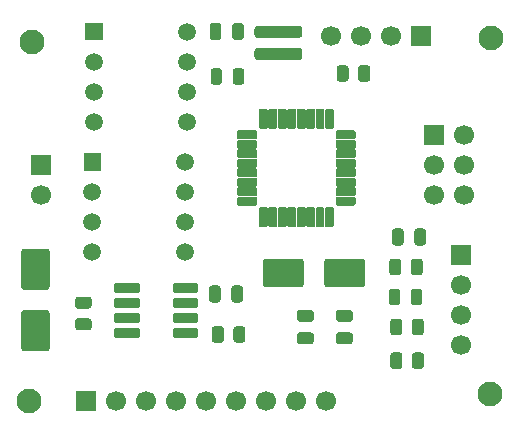
<source format=gbr>
%TF.GenerationSoftware,KiCad,Pcbnew,9.0.4*%
%TF.CreationDate,2025-11-20T06:57:18+02:00*%
%TF.ProjectId,test_5,74657374-5f35-42e6-9b69-6361645f7063,rev?*%
%TF.SameCoordinates,Original*%
%TF.FileFunction,Soldermask,Top*%
%TF.FilePolarity,Negative*%
%FSLAX46Y46*%
G04 Gerber Fmt 4.6, Leading zero omitted, Abs format (unit mm)*
G04 Created by KiCad (PCBNEW 9.0.4) date 2025-11-20 06:57:18*
%MOMM*%
%LPD*%
G01*
G04 APERTURE LIST*
%ADD10C,2.100000*%
%ADD11C,1.512000*%
%ADD12R,1.700000X1.700000*%
%ADD13C,1.700000*%
G04 APERTURE END LIST*
%TO.C,C2*%
G36*
G01*
X95832000Y-118712000D02*
X95832000Y-117762000D01*
G75*
G02*
X96082000Y-117512000I250000J0D01*
G01*
X96582000Y-117512000D01*
G75*
G02*
X96832000Y-117762000I0J-250000D01*
G01*
X96832000Y-118712000D01*
G75*
G02*
X96582000Y-118962000I-250000J0D01*
G01*
X96082000Y-118962000D01*
G75*
G02*
X95832000Y-118712000I0J250000D01*
G01*
G37*
G36*
G01*
X97732000Y-118712000D02*
X97732000Y-117762000D01*
G75*
G02*
X97982000Y-117512000I250000J0D01*
G01*
X98482000Y-117512000D01*
G75*
G02*
X98732000Y-117762000I0J-250000D01*
G01*
X98732000Y-118712000D01*
G75*
G02*
X98482000Y-118962000I-250000J0D01*
G01*
X97982000Y-118962000D01*
G75*
G02*
X97732000Y-118712000I0J250000D01*
G01*
G37*
%TD*%
%TO.C,Y2*%
G36*
G01*
X84894500Y-122234999D02*
X84894500Y-120335001D01*
G75*
G02*
X85144501Y-120085000I250001J0D01*
G01*
X88144499Y-120085000D01*
G75*
G02*
X88394500Y-120335001I0J-250001D01*
G01*
X88394500Y-122234999D01*
G75*
G02*
X88144499Y-122485000I-250001J0D01*
G01*
X85144501Y-122485000D01*
G75*
G02*
X84894500Y-122234999I0J250001D01*
G01*
G37*
G36*
G01*
X90094500Y-122234999D02*
X90094500Y-120335001D01*
G75*
G02*
X90344501Y-120085000I250001J0D01*
G01*
X93344499Y-120085000D01*
G75*
G02*
X93594500Y-120335001I0J-250001D01*
G01*
X93594500Y-122234999D01*
G75*
G02*
X93344499Y-122485000I-250001J0D01*
G01*
X90344501Y-122485000D01*
G75*
G02*
X90094500Y-122234999I0J250001D01*
G01*
G37*
%TD*%
%TO.C,R2*%
G36*
G01*
X95706500Y-129159000D02*
X95706500Y-128259000D01*
G75*
G02*
X95956500Y-128009000I250000J0D01*
G01*
X96481500Y-128009000D01*
G75*
G02*
X96731500Y-128259000I0J-250000D01*
G01*
X96731500Y-129159000D01*
G75*
G02*
X96481500Y-129409000I-250000J0D01*
G01*
X95956500Y-129409000D01*
G75*
G02*
X95706500Y-129159000I0J250000D01*
G01*
G37*
G36*
G01*
X97531500Y-129159000D02*
X97531500Y-128259000D01*
G75*
G02*
X97781500Y-128009000I250000J0D01*
G01*
X98306500Y-128009000D01*
G75*
G02*
X98556500Y-128259000I0J-250000D01*
G01*
X98556500Y-129159000D01*
G75*
G02*
X98306500Y-129409000I-250000J0D01*
G01*
X97781500Y-129409000D01*
G75*
G02*
X97531500Y-129159000I0J250000D01*
G01*
G37*
%TD*%
D10*
%TO.C,H3*%
X104267000Y-101346000D03*
%TD*%
%TO.C,R7*%
G36*
G01*
X88008000Y-103255500D02*
X84458000Y-103255500D01*
G75*
G02*
X84208000Y-103005500I0J250000D01*
G01*
X84208000Y-102480500D01*
G75*
G02*
X84458000Y-102230500I250000J0D01*
G01*
X88008000Y-102230500D01*
G75*
G02*
X88258000Y-102480500I0J-250000D01*
G01*
X88258000Y-103005500D01*
G75*
G02*
X88008000Y-103255500I-250000J0D01*
G01*
G37*
G36*
G01*
X88008000Y-101380500D02*
X84458000Y-101380500D01*
G75*
G02*
X84208000Y-101130500I0J250000D01*
G01*
X84208000Y-100605500D01*
G75*
G02*
X84458000Y-100355500I250000J0D01*
G01*
X88008000Y-100355500D01*
G75*
G02*
X88258000Y-100605500I0J-250000D01*
G01*
X88258000Y-101130500D01*
G75*
G02*
X88008000Y-101380500I-250000J0D01*
G01*
G37*
%TD*%
%TO.C,U3*%
G36*
G01*
X72322000Y-122852750D02*
X72322000Y-122257250D01*
G75*
G02*
X72421250Y-122158000I99250J0D01*
G01*
X74396750Y-122158000D01*
G75*
G02*
X74496000Y-122257250I0J-99250D01*
G01*
X74496000Y-122852750D01*
G75*
G02*
X74396750Y-122952000I-99250J0D01*
G01*
X72421250Y-122952000D01*
G75*
G02*
X72322000Y-122852750I0J99250D01*
G01*
G37*
G36*
G01*
X72322000Y-124122750D02*
X72322000Y-123527250D01*
G75*
G02*
X72421250Y-123428000I99250J0D01*
G01*
X74396750Y-123428000D01*
G75*
G02*
X74496000Y-123527250I0J-99250D01*
G01*
X74496000Y-124122750D01*
G75*
G02*
X74396750Y-124222000I-99250J0D01*
G01*
X72421250Y-124222000D01*
G75*
G02*
X72322000Y-124122750I0J99250D01*
G01*
G37*
G36*
G01*
X72322000Y-125392750D02*
X72322000Y-124797250D01*
G75*
G02*
X72421250Y-124698000I99250J0D01*
G01*
X74396750Y-124698000D01*
G75*
G02*
X74496000Y-124797250I0J-99250D01*
G01*
X74496000Y-125392750D01*
G75*
G02*
X74396750Y-125492000I-99250J0D01*
G01*
X72421250Y-125492000D01*
G75*
G02*
X72322000Y-125392750I0J99250D01*
G01*
G37*
G36*
G01*
X72322000Y-126662750D02*
X72322000Y-126067250D01*
G75*
G02*
X72421250Y-125968000I99250J0D01*
G01*
X74396750Y-125968000D01*
G75*
G02*
X74496000Y-126067250I0J-99250D01*
G01*
X74496000Y-126662750D01*
G75*
G02*
X74396750Y-126762000I-99250J0D01*
G01*
X72421250Y-126762000D01*
G75*
G02*
X72322000Y-126662750I0J99250D01*
G01*
G37*
G36*
G01*
X77272000Y-126662750D02*
X77272000Y-126067250D01*
G75*
G02*
X77371250Y-125968000I99250J0D01*
G01*
X79346750Y-125968000D01*
G75*
G02*
X79446000Y-126067250I0J-99250D01*
G01*
X79446000Y-126662750D01*
G75*
G02*
X79346750Y-126762000I-99250J0D01*
G01*
X77371250Y-126762000D01*
G75*
G02*
X77272000Y-126662750I0J99250D01*
G01*
G37*
G36*
G01*
X77272000Y-125392750D02*
X77272000Y-124797250D01*
G75*
G02*
X77371250Y-124698000I99250J0D01*
G01*
X79346750Y-124698000D01*
G75*
G02*
X79446000Y-124797250I0J-99250D01*
G01*
X79446000Y-125392750D01*
G75*
G02*
X79346750Y-125492000I-99250J0D01*
G01*
X77371250Y-125492000D01*
G75*
G02*
X77272000Y-125392750I0J99250D01*
G01*
G37*
G36*
G01*
X77272000Y-124122750D02*
X77272000Y-123527250D01*
G75*
G02*
X77371250Y-123428000I99250J0D01*
G01*
X79346750Y-123428000D01*
G75*
G02*
X79446000Y-123527250I0J-99250D01*
G01*
X79446000Y-124122750D01*
G75*
G02*
X79346750Y-124222000I-99250J0D01*
G01*
X77371250Y-124222000D01*
G75*
G02*
X77272000Y-124122750I0J99250D01*
G01*
G37*
G36*
G01*
X77272000Y-122852750D02*
X77272000Y-122257250D01*
G75*
G02*
X77371250Y-122158000I99250J0D01*
G01*
X79346750Y-122158000D01*
G75*
G02*
X79446000Y-122257250I0J-99250D01*
G01*
X79446000Y-122852750D01*
G75*
G02*
X79346750Y-122952000I-99250J0D01*
G01*
X77371250Y-122952000D01*
G75*
G02*
X77272000Y-122852750I0J99250D01*
G01*
G37*
%TD*%
%TO.C,U1*%
G36*
G01*
X69860000Y-101492000D02*
X69860000Y-100184000D01*
G75*
G02*
X69962000Y-100082000I102000J0D01*
G01*
X71270000Y-100082000D01*
G75*
G02*
X71372000Y-100184000I0J-102000D01*
G01*
X71372000Y-101492000D01*
G75*
G02*
X71270000Y-101594000I-102000J0D01*
G01*
X69962000Y-101594000D01*
G75*
G02*
X69860000Y-101492000I0J102000D01*
G01*
G37*
D11*
X70616000Y-103378000D03*
X70616000Y-105918000D03*
X70616000Y-108458000D03*
X78486000Y-108458000D03*
X78486000Y-105918000D03*
X78486000Y-103378000D03*
X78486000Y-100838000D03*
%TD*%
%TO.C,U4*%
G36*
G01*
X82750000Y-109877750D02*
X82750000Y-109312250D01*
G75*
G02*
X82844250Y-109218000I94250J0D01*
G01*
X84329750Y-109218000D01*
G75*
G02*
X84424000Y-109312250I0J-94250D01*
G01*
X84424000Y-109877750D01*
G75*
G02*
X84329750Y-109972000I-94250J0D01*
G01*
X82844250Y-109972000D01*
G75*
G02*
X82750000Y-109877750I0J94250D01*
G01*
G37*
G36*
G01*
X82750000Y-110677750D02*
X82750000Y-110112250D01*
G75*
G02*
X82844250Y-110018000I94250J0D01*
G01*
X84329750Y-110018000D01*
G75*
G02*
X84424000Y-110112250I0J-94250D01*
G01*
X84424000Y-110677750D01*
G75*
G02*
X84329750Y-110772000I-94250J0D01*
G01*
X82844250Y-110772000D01*
G75*
G02*
X82750000Y-110677750I0J94250D01*
G01*
G37*
G36*
G01*
X82750000Y-111477750D02*
X82750000Y-110912250D01*
G75*
G02*
X82844250Y-110818000I94250J0D01*
G01*
X84329750Y-110818000D01*
G75*
G02*
X84424000Y-110912250I0J-94250D01*
G01*
X84424000Y-111477750D01*
G75*
G02*
X84329750Y-111572000I-94250J0D01*
G01*
X82844250Y-111572000D01*
G75*
G02*
X82750000Y-111477750I0J94250D01*
G01*
G37*
G36*
G01*
X82750000Y-112277750D02*
X82750000Y-111712250D01*
G75*
G02*
X82844250Y-111618000I94250J0D01*
G01*
X84329750Y-111618000D01*
G75*
G02*
X84424000Y-111712250I0J-94250D01*
G01*
X84424000Y-112277750D01*
G75*
G02*
X84329750Y-112372000I-94250J0D01*
G01*
X82844250Y-112372000D01*
G75*
G02*
X82750000Y-112277750I0J94250D01*
G01*
G37*
G36*
G01*
X82750000Y-113077750D02*
X82750000Y-112512250D01*
G75*
G02*
X82844250Y-112418000I94250J0D01*
G01*
X84329750Y-112418000D01*
G75*
G02*
X84424000Y-112512250I0J-94250D01*
G01*
X84424000Y-113077750D01*
G75*
G02*
X84329750Y-113172000I-94250J0D01*
G01*
X82844250Y-113172000D01*
G75*
G02*
X82750000Y-113077750I0J94250D01*
G01*
G37*
G36*
G01*
X82750000Y-113877750D02*
X82750000Y-113312250D01*
G75*
G02*
X82844250Y-113218000I94250J0D01*
G01*
X84329750Y-113218000D01*
G75*
G02*
X84424000Y-113312250I0J-94250D01*
G01*
X84424000Y-113877750D01*
G75*
G02*
X84329750Y-113972000I-94250J0D01*
G01*
X82844250Y-113972000D01*
G75*
G02*
X82750000Y-113877750I0J94250D01*
G01*
G37*
G36*
G01*
X82750000Y-114677750D02*
X82750000Y-114112250D01*
G75*
G02*
X82844250Y-114018000I94250J0D01*
G01*
X84329750Y-114018000D01*
G75*
G02*
X84424000Y-114112250I0J-94250D01*
G01*
X84424000Y-114677750D01*
G75*
G02*
X84329750Y-114772000I-94250J0D01*
G01*
X82844250Y-114772000D01*
G75*
G02*
X82750000Y-114677750I0J94250D01*
G01*
G37*
G36*
G01*
X82750000Y-115477750D02*
X82750000Y-114912250D01*
G75*
G02*
X82844250Y-114818000I94250J0D01*
G01*
X84329750Y-114818000D01*
G75*
G02*
X84424000Y-114912250I0J-94250D01*
G01*
X84424000Y-115477750D01*
G75*
G02*
X84329750Y-115572000I-94250J0D01*
G01*
X82844250Y-115572000D01*
G75*
G02*
X82750000Y-115477750I0J94250D01*
G01*
G37*
G36*
G01*
X84580000Y-117307750D02*
X84580000Y-115822250D01*
G75*
G02*
X84674250Y-115728000I94250J0D01*
G01*
X85239750Y-115728000D01*
G75*
G02*
X85334000Y-115822250I0J-94250D01*
G01*
X85334000Y-117307750D01*
G75*
G02*
X85239750Y-117402000I-94250J0D01*
G01*
X84674250Y-117402000D01*
G75*
G02*
X84580000Y-117307750I0J94250D01*
G01*
G37*
G36*
G01*
X85380000Y-117307750D02*
X85380000Y-115822250D01*
G75*
G02*
X85474250Y-115728000I94250J0D01*
G01*
X86039750Y-115728000D01*
G75*
G02*
X86134000Y-115822250I0J-94250D01*
G01*
X86134000Y-117307750D01*
G75*
G02*
X86039750Y-117402000I-94250J0D01*
G01*
X85474250Y-117402000D01*
G75*
G02*
X85380000Y-117307750I0J94250D01*
G01*
G37*
G36*
G01*
X86180000Y-117307750D02*
X86180000Y-115822250D01*
G75*
G02*
X86274250Y-115728000I94250J0D01*
G01*
X86839750Y-115728000D01*
G75*
G02*
X86934000Y-115822250I0J-94250D01*
G01*
X86934000Y-117307750D01*
G75*
G02*
X86839750Y-117402000I-94250J0D01*
G01*
X86274250Y-117402000D01*
G75*
G02*
X86180000Y-117307750I0J94250D01*
G01*
G37*
G36*
G01*
X86980000Y-117307750D02*
X86980000Y-115822250D01*
G75*
G02*
X87074250Y-115728000I94250J0D01*
G01*
X87639750Y-115728000D01*
G75*
G02*
X87734000Y-115822250I0J-94250D01*
G01*
X87734000Y-117307750D01*
G75*
G02*
X87639750Y-117402000I-94250J0D01*
G01*
X87074250Y-117402000D01*
G75*
G02*
X86980000Y-117307750I0J94250D01*
G01*
G37*
G36*
G01*
X87780000Y-117307750D02*
X87780000Y-115822250D01*
G75*
G02*
X87874250Y-115728000I94250J0D01*
G01*
X88439750Y-115728000D01*
G75*
G02*
X88534000Y-115822250I0J-94250D01*
G01*
X88534000Y-117307750D01*
G75*
G02*
X88439750Y-117402000I-94250J0D01*
G01*
X87874250Y-117402000D01*
G75*
G02*
X87780000Y-117307750I0J94250D01*
G01*
G37*
G36*
G01*
X88580000Y-117307750D02*
X88580000Y-115822250D01*
G75*
G02*
X88674250Y-115728000I94250J0D01*
G01*
X89239750Y-115728000D01*
G75*
G02*
X89334000Y-115822250I0J-94250D01*
G01*
X89334000Y-117307750D01*
G75*
G02*
X89239750Y-117402000I-94250J0D01*
G01*
X88674250Y-117402000D01*
G75*
G02*
X88580000Y-117307750I0J94250D01*
G01*
G37*
G36*
G01*
X89380000Y-117307750D02*
X89380000Y-115822250D01*
G75*
G02*
X89474250Y-115728000I94250J0D01*
G01*
X90039750Y-115728000D01*
G75*
G02*
X90134000Y-115822250I0J-94250D01*
G01*
X90134000Y-117307750D01*
G75*
G02*
X90039750Y-117402000I-94250J0D01*
G01*
X89474250Y-117402000D01*
G75*
G02*
X89380000Y-117307750I0J94250D01*
G01*
G37*
G36*
G01*
X90180000Y-117307750D02*
X90180000Y-115822250D01*
G75*
G02*
X90274250Y-115728000I94250J0D01*
G01*
X90839750Y-115728000D01*
G75*
G02*
X90934000Y-115822250I0J-94250D01*
G01*
X90934000Y-117307750D01*
G75*
G02*
X90839750Y-117402000I-94250J0D01*
G01*
X90274250Y-117402000D01*
G75*
G02*
X90180000Y-117307750I0J94250D01*
G01*
G37*
G36*
G01*
X91090000Y-115477750D02*
X91090000Y-114912250D01*
G75*
G02*
X91184250Y-114818000I94250J0D01*
G01*
X92669750Y-114818000D01*
G75*
G02*
X92764000Y-114912250I0J-94250D01*
G01*
X92764000Y-115477750D01*
G75*
G02*
X92669750Y-115572000I-94250J0D01*
G01*
X91184250Y-115572000D01*
G75*
G02*
X91090000Y-115477750I0J94250D01*
G01*
G37*
G36*
G01*
X91090000Y-114677750D02*
X91090000Y-114112250D01*
G75*
G02*
X91184250Y-114018000I94250J0D01*
G01*
X92669750Y-114018000D01*
G75*
G02*
X92764000Y-114112250I0J-94250D01*
G01*
X92764000Y-114677750D01*
G75*
G02*
X92669750Y-114772000I-94250J0D01*
G01*
X91184250Y-114772000D01*
G75*
G02*
X91090000Y-114677750I0J94250D01*
G01*
G37*
G36*
G01*
X91090000Y-113877750D02*
X91090000Y-113312250D01*
G75*
G02*
X91184250Y-113218000I94250J0D01*
G01*
X92669750Y-113218000D01*
G75*
G02*
X92764000Y-113312250I0J-94250D01*
G01*
X92764000Y-113877750D01*
G75*
G02*
X92669750Y-113972000I-94250J0D01*
G01*
X91184250Y-113972000D01*
G75*
G02*
X91090000Y-113877750I0J94250D01*
G01*
G37*
G36*
G01*
X91090000Y-113077750D02*
X91090000Y-112512250D01*
G75*
G02*
X91184250Y-112418000I94250J0D01*
G01*
X92669750Y-112418000D01*
G75*
G02*
X92764000Y-112512250I0J-94250D01*
G01*
X92764000Y-113077750D01*
G75*
G02*
X92669750Y-113172000I-94250J0D01*
G01*
X91184250Y-113172000D01*
G75*
G02*
X91090000Y-113077750I0J94250D01*
G01*
G37*
G36*
G01*
X91090000Y-112277750D02*
X91090000Y-111712250D01*
G75*
G02*
X91184250Y-111618000I94250J0D01*
G01*
X92669750Y-111618000D01*
G75*
G02*
X92764000Y-111712250I0J-94250D01*
G01*
X92764000Y-112277750D01*
G75*
G02*
X92669750Y-112372000I-94250J0D01*
G01*
X91184250Y-112372000D01*
G75*
G02*
X91090000Y-112277750I0J94250D01*
G01*
G37*
G36*
G01*
X91090000Y-111477750D02*
X91090000Y-110912250D01*
G75*
G02*
X91184250Y-110818000I94250J0D01*
G01*
X92669750Y-110818000D01*
G75*
G02*
X92764000Y-110912250I0J-94250D01*
G01*
X92764000Y-111477750D01*
G75*
G02*
X92669750Y-111572000I-94250J0D01*
G01*
X91184250Y-111572000D01*
G75*
G02*
X91090000Y-111477750I0J94250D01*
G01*
G37*
G36*
G01*
X91090000Y-110677750D02*
X91090000Y-110112250D01*
G75*
G02*
X91184250Y-110018000I94250J0D01*
G01*
X92669750Y-110018000D01*
G75*
G02*
X92764000Y-110112250I0J-94250D01*
G01*
X92764000Y-110677750D01*
G75*
G02*
X92669750Y-110772000I-94250J0D01*
G01*
X91184250Y-110772000D01*
G75*
G02*
X91090000Y-110677750I0J94250D01*
G01*
G37*
G36*
G01*
X91090000Y-109877750D02*
X91090000Y-109312250D01*
G75*
G02*
X91184250Y-109218000I94250J0D01*
G01*
X92669750Y-109218000D01*
G75*
G02*
X92764000Y-109312250I0J-94250D01*
G01*
X92764000Y-109877750D01*
G75*
G02*
X92669750Y-109972000I-94250J0D01*
G01*
X91184250Y-109972000D01*
G75*
G02*
X91090000Y-109877750I0J94250D01*
G01*
G37*
G36*
G01*
X90180000Y-108967750D02*
X90180000Y-107482250D01*
G75*
G02*
X90274250Y-107388000I94250J0D01*
G01*
X90839750Y-107388000D01*
G75*
G02*
X90934000Y-107482250I0J-94250D01*
G01*
X90934000Y-108967750D01*
G75*
G02*
X90839750Y-109062000I-94250J0D01*
G01*
X90274250Y-109062000D01*
G75*
G02*
X90180000Y-108967750I0J94250D01*
G01*
G37*
G36*
G01*
X89380000Y-108967750D02*
X89380000Y-107482250D01*
G75*
G02*
X89474250Y-107388000I94250J0D01*
G01*
X90039750Y-107388000D01*
G75*
G02*
X90134000Y-107482250I0J-94250D01*
G01*
X90134000Y-108967750D01*
G75*
G02*
X90039750Y-109062000I-94250J0D01*
G01*
X89474250Y-109062000D01*
G75*
G02*
X89380000Y-108967750I0J94250D01*
G01*
G37*
G36*
G01*
X88580000Y-108967750D02*
X88580000Y-107482250D01*
G75*
G02*
X88674250Y-107388000I94250J0D01*
G01*
X89239750Y-107388000D01*
G75*
G02*
X89334000Y-107482250I0J-94250D01*
G01*
X89334000Y-108967750D01*
G75*
G02*
X89239750Y-109062000I-94250J0D01*
G01*
X88674250Y-109062000D01*
G75*
G02*
X88580000Y-108967750I0J94250D01*
G01*
G37*
G36*
G01*
X87780000Y-108967750D02*
X87780000Y-107482250D01*
G75*
G02*
X87874250Y-107388000I94250J0D01*
G01*
X88439750Y-107388000D01*
G75*
G02*
X88534000Y-107482250I0J-94250D01*
G01*
X88534000Y-108967750D01*
G75*
G02*
X88439750Y-109062000I-94250J0D01*
G01*
X87874250Y-109062000D01*
G75*
G02*
X87780000Y-108967750I0J94250D01*
G01*
G37*
G36*
G01*
X86980000Y-108967750D02*
X86980000Y-107482250D01*
G75*
G02*
X87074250Y-107388000I94250J0D01*
G01*
X87639750Y-107388000D01*
G75*
G02*
X87734000Y-107482250I0J-94250D01*
G01*
X87734000Y-108967750D01*
G75*
G02*
X87639750Y-109062000I-94250J0D01*
G01*
X87074250Y-109062000D01*
G75*
G02*
X86980000Y-108967750I0J94250D01*
G01*
G37*
G36*
G01*
X86180000Y-108967750D02*
X86180000Y-107482250D01*
G75*
G02*
X86274250Y-107388000I94250J0D01*
G01*
X86839750Y-107388000D01*
G75*
G02*
X86934000Y-107482250I0J-94250D01*
G01*
X86934000Y-108967750D01*
G75*
G02*
X86839750Y-109062000I-94250J0D01*
G01*
X86274250Y-109062000D01*
G75*
G02*
X86180000Y-108967750I0J94250D01*
G01*
G37*
G36*
G01*
X85380000Y-108967750D02*
X85380000Y-107482250D01*
G75*
G02*
X85474250Y-107388000I94250J0D01*
G01*
X86039750Y-107388000D01*
G75*
G02*
X86134000Y-107482250I0J-94250D01*
G01*
X86134000Y-108967750D01*
G75*
G02*
X86039750Y-109062000I-94250J0D01*
G01*
X85474250Y-109062000D01*
G75*
G02*
X85380000Y-108967750I0J94250D01*
G01*
G37*
G36*
G01*
X84580000Y-108967750D02*
X84580000Y-107482250D01*
G75*
G02*
X84674250Y-107388000I94250J0D01*
G01*
X85239750Y-107388000D01*
G75*
G02*
X85334000Y-107482250I0J-94250D01*
G01*
X85334000Y-108967750D01*
G75*
G02*
X85239750Y-109062000I-94250J0D01*
G01*
X84674250Y-109062000D01*
G75*
G02*
X84580000Y-108967750I0J94250D01*
G01*
G37*
%TD*%
%TO.C,R6*%
G36*
G01*
X95603000Y-121227000D02*
X95603000Y-120327000D01*
G75*
G02*
X95853000Y-120077000I250000J0D01*
G01*
X96378000Y-120077000D01*
G75*
G02*
X96628000Y-120327000I0J-250000D01*
G01*
X96628000Y-121227000D01*
G75*
G02*
X96378000Y-121477000I-250000J0D01*
G01*
X95853000Y-121477000D01*
G75*
G02*
X95603000Y-121227000I0J250000D01*
G01*
G37*
G36*
G01*
X97428000Y-121227000D02*
X97428000Y-120327000D01*
G75*
G02*
X97678000Y-120077000I250000J0D01*
G01*
X98203000Y-120077000D01*
G75*
G02*
X98453000Y-120327000I0J-250000D01*
G01*
X98453000Y-121227000D01*
G75*
G02*
X98203000Y-121477000I-250000J0D01*
G01*
X97678000Y-121477000D01*
G75*
G02*
X97428000Y-121227000I0J250000D01*
G01*
G37*
%TD*%
D10*
%TO.C,H4*%
X104140000Y-131500000D03*
%TD*%
D12*
%TO.C,J4*%
X99441000Y-109601000D03*
D13*
X101981000Y-109601000D03*
X99441000Y-112141000D03*
X101981000Y-112141000D03*
X99441000Y-114681000D03*
X101981000Y-114681000D03*
%TD*%
%TO.C,C5*%
G36*
G01*
X83304000Y-100363000D02*
X83304000Y-101313000D01*
G75*
G02*
X83054000Y-101563000I-250000J0D01*
G01*
X82554000Y-101563000D01*
G75*
G02*
X82304000Y-101313000I0J250000D01*
G01*
X82304000Y-100363000D01*
G75*
G02*
X82554000Y-100113000I250000J0D01*
G01*
X83054000Y-100113000D01*
G75*
G02*
X83304000Y-100363000I0J-250000D01*
G01*
G37*
G36*
G01*
X81404000Y-100363000D02*
X81404000Y-101313000D01*
G75*
G02*
X81154000Y-101563000I-250000J0D01*
G01*
X80654000Y-101563000D01*
G75*
G02*
X80404000Y-101313000I0J250000D01*
G01*
X80404000Y-100363000D01*
G75*
G02*
X80654000Y-100113000I250000J0D01*
G01*
X81154000Y-100113000D01*
G75*
G02*
X81404000Y-100363000I0J-250000D01*
G01*
G37*
%TD*%
D12*
%TO.C,J1*%
X101727000Y-119761000D03*
D13*
X101727000Y-122301000D03*
X101727000Y-124841000D03*
X101727000Y-127381000D03*
%TD*%
%TO.C,D1*%
G36*
G01*
X98429500Y-122860750D02*
X98429500Y-123773250D01*
G75*
G02*
X98185750Y-124017000I-243750J0D01*
G01*
X97698250Y-124017000D01*
G75*
G02*
X97454500Y-123773250I0J243750D01*
G01*
X97454500Y-122860750D01*
G75*
G02*
X97698250Y-122617000I243750J0D01*
G01*
X98185750Y-122617000D01*
G75*
G02*
X98429500Y-122860750I0J-243750D01*
G01*
G37*
G36*
G01*
X96554500Y-122860750D02*
X96554500Y-123773250D01*
G75*
G02*
X96310750Y-124017000I-243750J0D01*
G01*
X95823250Y-124017000D01*
G75*
G02*
X95579500Y-123773250I0J243750D01*
G01*
X95579500Y-122860750D01*
G75*
G02*
X95823250Y-122617000I243750J0D01*
G01*
X96310750Y-122617000D01*
G75*
G02*
X96554500Y-122860750I0J-243750D01*
G01*
G37*
%TD*%
%TO.C,C1*%
G36*
G01*
X83238000Y-122588000D02*
X83238000Y-123538000D01*
G75*
G02*
X82988000Y-123788000I-250000J0D01*
G01*
X82488000Y-123788000D01*
G75*
G02*
X82238000Y-123538000I0J250000D01*
G01*
X82238000Y-122588000D01*
G75*
G02*
X82488000Y-122338000I250000J0D01*
G01*
X82988000Y-122338000D01*
G75*
G02*
X83238000Y-122588000I0J-250000D01*
G01*
G37*
G36*
G01*
X81338000Y-122588000D02*
X81338000Y-123538000D01*
G75*
G02*
X81088000Y-123788000I-250000J0D01*
G01*
X80588000Y-123788000D01*
G75*
G02*
X80338000Y-123538000I0J250000D01*
G01*
X80338000Y-122588000D01*
G75*
G02*
X80588000Y-122338000I250000J0D01*
G01*
X81088000Y-122338000D01*
G75*
G02*
X81338000Y-122588000I0J-250000D01*
G01*
G37*
%TD*%
D10*
%TO.C,H2*%
X65151000Y-132080000D03*
%TD*%
D12*
%TO.C,J3*%
X69977000Y-132080000D03*
D13*
X72517000Y-132080000D03*
X75057000Y-132080000D03*
X77597000Y-132080000D03*
X80137000Y-132080000D03*
X82677000Y-132080000D03*
X85217000Y-132080000D03*
X87757000Y-132080000D03*
X90297000Y-132080000D03*
%TD*%
%TO.C,C4*%
G36*
G01*
X91346000Y-124407000D02*
X92296000Y-124407000D01*
G75*
G02*
X92546000Y-124657000I0J-250000D01*
G01*
X92546000Y-125157000D01*
G75*
G02*
X92296000Y-125407000I-250000J0D01*
G01*
X91346000Y-125407000D01*
G75*
G02*
X91096000Y-125157000I0J250000D01*
G01*
X91096000Y-124657000D01*
G75*
G02*
X91346000Y-124407000I250000J0D01*
G01*
G37*
G36*
G01*
X91346000Y-126307000D02*
X92296000Y-126307000D01*
G75*
G02*
X92546000Y-126557000I0J-250000D01*
G01*
X92546000Y-127057000D01*
G75*
G02*
X92296000Y-127307000I-250000J0D01*
G01*
X91346000Y-127307000D01*
G75*
G02*
X91096000Y-127057000I0J250000D01*
G01*
X91096000Y-126557000D01*
G75*
G02*
X91346000Y-126307000I250000J0D01*
G01*
G37*
%TD*%
D12*
%TO.C,J2*%
X98298000Y-101219000D03*
D13*
X95758000Y-101219000D03*
X93218000Y-101219000D03*
X90678000Y-101219000D03*
%TD*%
D10*
%TO.C,H1*%
X65405000Y-101727000D03*
%TD*%
D12*
%TO.C,BT1*%
X66167000Y-112141000D03*
D13*
X66167000Y-114681000D03*
%TD*%
%TO.C,R4*%
G36*
G01*
X83443500Y-126042000D02*
X83443500Y-126942000D01*
G75*
G02*
X83193500Y-127192000I-250000J0D01*
G01*
X82668500Y-127192000D01*
G75*
G02*
X82418500Y-126942000I0J250000D01*
G01*
X82418500Y-126042000D01*
G75*
G02*
X82668500Y-125792000I250000J0D01*
G01*
X83193500Y-125792000D01*
G75*
G02*
X83443500Y-126042000I0J-250000D01*
G01*
G37*
G36*
G01*
X81618500Y-126042000D02*
X81618500Y-126942000D01*
G75*
G02*
X81368500Y-127192000I-250000J0D01*
G01*
X80843500Y-127192000D01*
G75*
G02*
X80593500Y-126942000I0J250000D01*
G01*
X80593500Y-126042000D01*
G75*
G02*
X80843500Y-125792000I250000J0D01*
G01*
X81368500Y-125792000D01*
G75*
G02*
X81618500Y-126042000I0J-250000D01*
G01*
G37*
%TD*%
%TO.C,C3*%
G36*
G01*
X88994000Y-127307000D02*
X88044000Y-127307000D01*
G75*
G02*
X87794000Y-127057000I0J250000D01*
G01*
X87794000Y-126557000D01*
G75*
G02*
X88044000Y-126307000I250000J0D01*
G01*
X88994000Y-126307000D01*
G75*
G02*
X89244000Y-126557000I0J-250000D01*
G01*
X89244000Y-127057000D01*
G75*
G02*
X88994000Y-127307000I-250000J0D01*
G01*
G37*
G36*
G01*
X88994000Y-125407000D02*
X88044000Y-125407000D01*
G75*
G02*
X87794000Y-125157000I0J250000D01*
G01*
X87794000Y-124657000D01*
G75*
G02*
X88044000Y-124407000I250000J0D01*
G01*
X88994000Y-124407000D01*
G75*
G02*
X89244000Y-124657000I0J-250000D01*
G01*
X89244000Y-125157000D01*
G75*
G02*
X88994000Y-125407000I-250000J0D01*
G01*
G37*
%TD*%
%TO.C,R1*%
G36*
G01*
X94008000Y-103944000D02*
X94008000Y-104844000D01*
G75*
G02*
X93758000Y-105094000I-250000J0D01*
G01*
X93233000Y-105094000D01*
G75*
G02*
X92983000Y-104844000I0J250000D01*
G01*
X92983000Y-103944000D01*
G75*
G02*
X93233000Y-103694000I250000J0D01*
G01*
X93758000Y-103694000D01*
G75*
G02*
X94008000Y-103944000I0J-250000D01*
G01*
G37*
G36*
G01*
X92183000Y-103944000D02*
X92183000Y-104844000D01*
G75*
G02*
X91933000Y-105094000I-250000J0D01*
G01*
X91408000Y-105094000D01*
G75*
G02*
X91158000Y-104844000I0J250000D01*
G01*
X91158000Y-103944000D01*
G75*
G02*
X91408000Y-103694000I250000J0D01*
G01*
X91933000Y-103694000D01*
G75*
G02*
X92183000Y-103944000I0J-250000D01*
G01*
G37*
%TD*%
%TO.C,R3*%
G36*
G01*
X95706500Y-126307000D02*
X95706500Y-125407000D01*
G75*
G02*
X95956500Y-125157000I250000J0D01*
G01*
X96481500Y-125157000D01*
G75*
G02*
X96731500Y-125407000I0J-250000D01*
G01*
X96731500Y-126307000D01*
G75*
G02*
X96481500Y-126557000I-250000J0D01*
G01*
X95956500Y-126557000D01*
G75*
G02*
X95706500Y-126307000I0J250000D01*
G01*
G37*
G36*
G01*
X97531500Y-126307000D02*
X97531500Y-125407000D01*
G75*
G02*
X97781500Y-125157000I250000J0D01*
G01*
X98306500Y-125157000D01*
G75*
G02*
X98556500Y-125407000I0J-250000D01*
G01*
X98556500Y-126307000D01*
G75*
G02*
X98306500Y-126557000I-250000J0D01*
G01*
X97781500Y-126557000D01*
G75*
G02*
X97531500Y-126307000I0J250000D01*
G01*
G37*
%TD*%
%TO.C,U2*%
G36*
G01*
X69733000Y-112541000D02*
X69733000Y-111233000D01*
G75*
G02*
X69835000Y-111131000I102000J0D01*
G01*
X71143000Y-111131000D01*
G75*
G02*
X71245000Y-111233000I0J-102000D01*
G01*
X71245000Y-112541000D01*
G75*
G02*
X71143000Y-112643000I-102000J0D01*
G01*
X69835000Y-112643000D01*
G75*
G02*
X69733000Y-112541000I0J102000D01*
G01*
G37*
D11*
X70489000Y-114427000D03*
X70489000Y-116967000D03*
X70489000Y-119507000D03*
X78359000Y-119507000D03*
X78359000Y-116967000D03*
X78359000Y-114427000D03*
X78359000Y-111887000D03*
%TD*%
%TO.C,Y1*%
G36*
G01*
X66608999Y-127921000D02*
X64709001Y-127921000D01*
G75*
G02*
X64459000Y-127670999I0J250001D01*
G01*
X64459000Y-124671001D01*
G75*
G02*
X64709001Y-124421000I250001J0D01*
G01*
X66608999Y-124421000D01*
G75*
G02*
X66859000Y-124671001I0J-250001D01*
G01*
X66859000Y-127670999D01*
G75*
G02*
X66608999Y-127921000I-250001J0D01*
G01*
G37*
G36*
G01*
X66608999Y-122721000D02*
X64709001Y-122721000D01*
G75*
G02*
X64459000Y-122470999I0J250001D01*
G01*
X64459000Y-119471001D01*
G75*
G02*
X64709001Y-119221000I250001J0D01*
G01*
X66608999Y-119221000D01*
G75*
G02*
X66859000Y-119471001I0J-250001D01*
G01*
X66859000Y-122470999D01*
G75*
G02*
X66608999Y-122721000I-250001J0D01*
G01*
G37*
%TD*%
%TO.C,D2*%
G36*
G01*
X83340000Y-104191750D02*
X83340000Y-105104250D01*
G75*
G02*
X83096250Y-105348000I-243750J0D01*
G01*
X82608750Y-105348000D01*
G75*
G02*
X82365000Y-105104250I0J243750D01*
G01*
X82365000Y-104191750D01*
G75*
G02*
X82608750Y-103948000I243750J0D01*
G01*
X83096250Y-103948000D01*
G75*
G02*
X83340000Y-104191750I0J-243750D01*
G01*
G37*
G36*
G01*
X81465000Y-104191750D02*
X81465000Y-105104250D01*
G75*
G02*
X81221250Y-105348000I-243750J0D01*
G01*
X80733750Y-105348000D01*
G75*
G02*
X80490000Y-105104250I0J243750D01*
G01*
X80490000Y-104191750D01*
G75*
G02*
X80733750Y-103948000I243750J0D01*
G01*
X81221250Y-103948000D01*
G75*
G02*
X81465000Y-104191750I0J-243750D01*
G01*
G37*
%TD*%
%TO.C,R5*%
G36*
G01*
X69273000Y-123289000D02*
X70173000Y-123289000D01*
G75*
G02*
X70423000Y-123539000I0J-250000D01*
G01*
X70423000Y-124064000D01*
G75*
G02*
X70173000Y-124314000I-250000J0D01*
G01*
X69273000Y-124314000D01*
G75*
G02*
X69023000Y-124064000I0J250000D01*
G01*
X69023000Y-123539000D01*
G75*
G02*
X69273000Y-123289000I250000J0D01*
G01*
G37*
G36*
G01*
X69273000Y-125114000D02*
X70173000Y-125114000D01*
G75*
G02*
X70423000Y-125364000I0J-250000D01*
G01*
X70423000Y-125889000D01*
G75*
G02*
X70173000Y-126139000I-250000J0D01*
G01*
X69273000Y-126139000D01*
G75*
G02*
X69023000Y-125889000I0J250000D01*
G01*
X69023000Y-125364000D01*
G75*
G02*
X69273000Y-125114000I250000J0D01*
G01*
G37*
%TD*%
M02*

</source>
